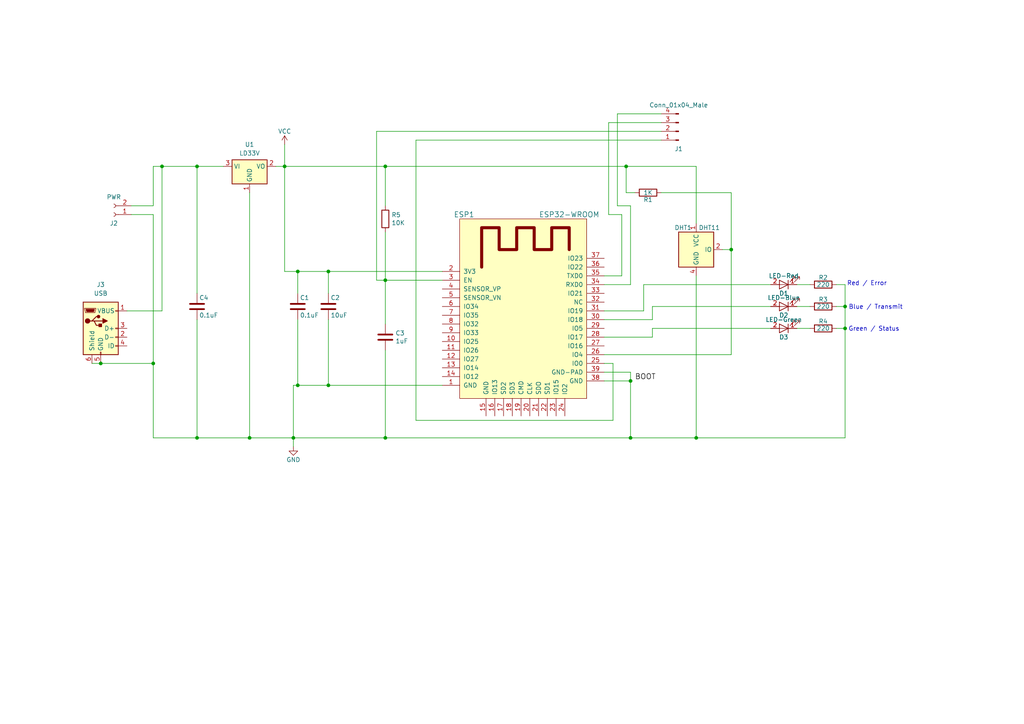
<source format=kicad_sch>
(kicad_sch (version 20231120) (generator "eeschema") (generator_version "8.0")
  (paper "A4")
  (lib_symbols
    (symbol "Connector:USB_B_Micro" (pin_names (offset 1.016))
      (property "Reference" "J" (at -5.08 11.43 0))
      (property "Value" "USB_B_Micro" (at -5.08 8.89 0))
      (symbol "USB_B_Micro_0_1"
        (rectangle (start -5.08 -7.62) (end 5.08 7.62) (stroke (width 0.254)) (fill (type background)))
        (circle (center -3.81 2.159) (radius 0.635) (stroke (width 0.254)) (fill (type outline)))
        (circle (center -0.635 3.429) (radius 0.381) (stroke (width 0.254)) (fill (type outline)))
        (rectangle (start -0.127 -7.62) (end 0.127 -6.858))
        (polyline (pts (xy -1.905 2.159) (xy 0.635 2.159)) (stroke (width 0.254)))
        (polyline (pts (xy -3.175 2.159) (xy -2.54 2.159) (xy -1.27 3.429) (xy -0.635 3.429)) (stroke (width 0.254)))
        (polyline (pts (xy -2.54 2.159) (xy -1.905 2.159) (xy -1.27 0.889) (xy 0 0.889)) (stroke (width 0.254)))
        (polyline (pts (xy 0.635 2.794) (xy 0.635 1.524) (xy 1.905 2.159) (xy 0.635 2.794)) (stroke (width 0.254)) (fill (type outline)))
        (polyline (pts (xy -4.318 5.588) (xy -1.778 5.588) (xy -2.032 4.826) (xy -4.064 4.826) (xy -4.318 5.588)) (fill (type outline)))
        (polyline (pts (xy -4.699 5.842) (xy -4.699 5.588) (xy -4.445 4.826) (xy -4.445 4.572) (xy -1.651 4.572) (xy -1.651 4.826) (xy -1.397 5.588) (xy -1.397 5.842) (xy -4.699 5.842)))
        (rectangle (start 0.254 1.27) (end -0.508 0.508) (stroke (width 0.254)) (fill (type outline)))
        (rectangle (start 5.08 -5.207) (end 4.318 -4.953))
        (rectangle (start 5.08 -2.667) (end 4.318 -2.413))
        (rectangle (start 5.08 -0.127) (end 4.318 0.127))
        (rectangle (start 5.08 4.953) (end 4.318 5.207))
      )
      (symbol "USB_B_Micro_1_1"
        (pin power_out line (at 7.62 5.08 180) (length 2.54) (name "VBUS") (number "1"))
        (pin bidirectional line (at 7.62 -2.54 180) (length 2.54) (name "D-") (number "2"))
        (pin bidirectional line (at 7.62 0 180) (length 2.54) (name "D+") (number "3"))
        (pin passive line (at 7.62 -5.08 180) (length 2.54) (name "ID") (number "4"))
        (pin power_out line (at 0 -10.16 90) (length 2.54) (name "GND") (number "5"))
        (pin passive line (at -2.54 -10.16 90) (length 2.54) (name "Shield") (number "6"))
      )
    )
    (symbol "Device:C" (pin_numbers hide) (pin_names (offset 0.254))
      (property "Reference" "C" (at 0.635 2.54 0))
      (property "Value" "C" (at 0.635 -2.54 0))
      (symbol "C_0_1"
        (polyline (pts (xy -2.032 -0.762) (xy 2.032 -0.762)) (stroke (width 0.508)))
        (polyline (pts (xy -2.032 0.762) (xy 2.032 0.762)) (stroke (width 0.508)))
      )
      (symbol "C_1_1"
        (pin passive line (at 0 3.81 270) (length 2.794) (name "~") (number "1"))
        (pin passive line (at 0 -3.81 90) (length 2.794) (name "~") (number "2"))
      )
    )
    (symbol "Device:R" (pin_numbers hide) (pin_names (offset 0))
      (property "Reference" "R" (at 2.032 0 90))
      (property "Value" "R" (at 0 0 90))
      (symbol "R_0_1"
        (rectangle (start -1.016 -2.54) (end 1.016 2.54) (stroke (width 0.254)))
      )
      (symbol "R_1_1"
        (pin passive line (at 0 3.81 270) (length 1.27) (name "~") (number "1"))
        (pin passive line (at 0 -3.81 90) (length 1.27) (name "~") (number "2"))
      )
    )
    (symbol "ESP-Logger-HW-rescue:C" (pin_numbers hide) (pin_names (offset 0.254))
      (property "Reference" "C" (at 0.635 2.54 0))
      (property "Value" "C" (at 0.635 -2.54 0))
      (symbol "C_0_1"
        (polyline (pts (xy -2.032 -0.762) (xy 2.032 -0.762)) (stroke (width 0.508)))
        (polyline (pts (xy -2.032 0.762) (xy 2.032 0.762)) (stroke (width 0.508)))
      )
      (symbol "C_1_1"
        (pin passive line (at 0 3.81 270) (length 2.794) (name "~") (number "1"))
        (pin passive line (at 0 -3.81 90) (length 2.794) (name "~") (number "2"))
      )
    )
    (symbol "ESP-Logger-HW-rescue:Conn_01x02_Female" (pin_names (offset 1.016) hide)
      (property "Reference" "J" (at 0 2.54 0))
      (property "Value" "Conn_01x02_Female" (at 0 -5.08 0))
      (symbol "Conn_01x02_Female_1_1"
        (arc (start 0 -2.032) (mid -0.508 -2.54) (end 0 -3.048) (stroke (width 0.1524)))
        (polyline (pts (xy -1.27 -2.54) (xy -0.508 -2.54)) (stroke (width 0.1524)))
        (polyline (pts (xy -1.27 0) (xy -0.508 0)) (stroke (width 0.1524)))
        (arc (start 0 0.508) (mid -0.508 0) (end 0 -0.508) (stroke (width 0.1524)))
        (pin passive line (at -5.08 0 0) (length 3.81) (name "Pin_1") (number "1"))
        (pin passive line (at -5.08 -2.54 0) (length 3.81) (name "Pin_2") (number "2"))
      )
    )
    (symbol "ESP-Logger-HW-rescue:Conn_01x04_Male" (pin_names (offset 1.016) hide)
      (property "Reference" "J" (at 0 5.08 0))
      (property "Value" "Conn_01x04_Male" (at 0 -7.62 0))
      (symbol "Conn_01x04_Male_1_1"
        (polyline (pts (xy 1.27 -5.08) (xy 0.8636 -5.08)) (stroke (width 0.1524)))
        (polyline (pts (xy 1.27 -2.54) (xy 0.8636 -2.54)) (stroke (width 0.1524)))
        (polyline (pts (xy 1.27 0) (xy 0.8636 0)) (stroke (width 0.1524)))
        (polyline (pts (xy 1.27 2.54) (xy 0.8636 2.54)) (stroke (width 0.1524)))
        (rectangle (start 0.8636 -4.953) (end 0 -5.207) (stroke (width 0.1524)) (fill (type outline)))
        (rectangle (start 0.8636 -2.413) (end 0 -2.667) (stroke (width 0.1524)) (fill (type outline)))
        (rectangle (start 0.8636 0.127) (end 0 -0.127) (stroke (width 0.1524)) (fill (type outline)))
        (rectangle (start 0.8636 2.667) (end 0 2.413) (stroke (width 0.1524)) (fill (type outline)))
        (pin passive line (at 5.08 2.54 180) (length 3.81) (name "Pin_1") (number "1"))
        (pin passive line (at 5.08 0 180) (length 3.81) (name "Pin_2") (number "2"))
        (pin passive line (at 5.08 -2.54 180) (length 3.81) (name "Pin_3") (number "3"))
        (pin passive line (at 5.08 -5.08 180) (length 3.81) (name "Pin_4") (number "4"))
      )
    )
    (symbol "ESP-Logger-HW-rescue:GND-power" (power) (pin_names (offset 0))
      (property "Value" "power_GND" (at 0 -3.81 0))
      (symbol "GND-power_0_1"
        (polyline (pts (xy 0 0) (xy 0 -1.27) (xy 1.27 -1.27) (xy 0 -2.54) (xy -1.27 -1.27) (xy 0 -1.27)))
      )
      (symbol "GND-power_1_1"
        (pin power_in line (at 0 0 270) (length 0) hide (name "GND") (number "1"))
      )
    )
    (symbol "ESP-Logger-HW-rescue:LED" (pin_names (offset 1.016) hide)
      (property "Reference" "D" (at 0 2.54 0))
      (property "Value" "LED" (at 0 -2.54 0))
      (symbol "LED_0_1"
        (polyline (pts (xy -1.27 -1.27) (xy -1.27 1.27)) (stroke (width 0.2032)))
        (polyline (pts (xy -1.27 0) (xy 1.27 0)))
        (polyline (pts (xy 1.27 -1.27) (xy 1.27 1.27) (xy -1.27 0) (xy 1.27 -1.27)) (stroke (width 0.2032)))
        (polyline (pts (xy -3.048 -0.762) (xy -4.572 -2.286) (xy -3.81 -2.286) (xy -4.572 -2.286) (xy -4.572 -1.524)))
        (polyline (pts (xy -1.778 -0.762) (xy -3.302 -2.286) (xy -2.54 -2.286) (xy -3.302 -2.286) (xy -3.302 -1.524)))
      )
      (symbol "LED_1_1"
        (pin passive line (at -3.81 0 0) (length 2.54) (name "K") (number "1"))
        (pin passive line (at 3.81 0 180) (length 2.54) (name "A") (number "2"))
      )
    )
    (symbol "ESP-Logger-HW-rescue:R" (pin_numbers hide) (pin_names (offset 0))
      (property "Reference" "R" (at 2.032 0 90))
      (property "Value" "R" (at 0 0 90))
      (symbol "R_0_1"
        (rectangle (start -1.016 -2.54) (end 1.016 2.54) (stroke (width 0.254)))
      )
      (symbol "R_1_1"
        (pin passive line (at 0 3.81 270) (length 1.27) (name "~") (number "1"))
        (pin passive line (at 0 -3.81 90) (length 1.27) (name "~") (number "2"))
      )
    )
    (symbol "ESP-Logger-HW-rescue:VCC-power" (power) (pin_names (offset 0))
      (property "Value" "power_VCC" (at 0 3.81 0))
      (symbol "VCC-power_0_1"
        (polyline (pts (xy -0.762 1.27) (xy 0 2.54)))
        (polyline (pts (xy 0 0) (xy 0 2.54)))
        (polyline (pts (xy 0 2.54) (xy 0.762 1.27)))
      )
      (symbol "VCC-power_1_1"
        (pin power_in line (at 0 0 90) (length 0) hide (name "VCC") (number "1"))
      )
    )
    (symbol "ESP32-footprints-Shem-Lib:ESP32-WROOM" (pin_names (offset 1.016))
      (property "Reference" "U" (at -17.78 31.75 0))
      (property "Value" "ESP32-WROOM" (at 12.7 31.75 0))
      (symbol "ESP32-WROOM_0_1"
        (rectangle (start -19.05 30.48) (end 17.78 -21.59) (fill (type background)))
        (polyline (pts (xy -12.7 16.51) (xy -12.7 27.94) (xy -7.62 27.94) (xy -7.62 21.59) (xy -2.54 21.59) (xy -2.54 27.94) (xy 2.54 27.94) (xy 2.54 21.59) (xy 7.62 21.59) (xy 7.62 27.94) (xy 12.7 27.94) (xy 12.7 21.59)) (stroke (width 0.889)))
      )
      (symbol "ESP32-WROOM_1_1"
        (pin input line (at -24.13 -17.78 0) (length 5.08) (name "GND") (number "1"))
        (pin input line (at -24.13 -5.08 0) (length 5.08) (name "IO25") (number "10"))
        (pin input line (at -24.13 -7.62 0) (length 5.08) (name "IO26") (number "11"))
        (pin input line (at -24.13 -10.16 0) (length 5.08) (name "IO27") (number "12"))
        (pin input line (at -24.13 -12.7 0) (length 5.08) (name "IO14") (number "13"))
        (pin input line (at -24.13 -15.24 0) (length 5.08) (name "IO12") (number "14"))
        (pin input line (at -11.43 -26.67 90) (length 5.08) (name "GND") (number "15"))
        (pin input line (at -8.89 -26.67 90) (length 5.08) (name "IO13") (number "16"))
        (pin input line (at -6.35 -26.67 90) (length 5.08) (name "SD2") (number "17"))
        (pin input line (at -3.81 -26.67 90) (length 5.08) (name "SD3") (number "18"))
        (pin input line (at -1.27 -26.67 90) (length 5.08) (name "CMD") (number "19"))
        (pin input line (at -24.13 15.24 0) (length 5.08) (name "3V3") (number "2"))
        (pin input line (at 1.27 -26.67 90) (length 5.08) (name "CLK") (number "20"))
        (pin input line (at 3.81 -26.67 90) (length 5.08) (name "SDO") (number "21"))
        (pin input line (at 6.35 -26.67 90) (length 5.08) (name "SD1") (number "22"))
        (pin input line (at 8.89 -26.67 90) (length 5.08) (name "IO15") (number "23"))
        (pin input line (at 11.43 -26.67 90) (length 5.08) (name "IO2") (number "24"))
        (pin input line (at 22.86 -11.43 180) (length 5.08) (name "IO0") (number "25"))
        (pin input line (at 22.86 -8.89 180) (length 5.08) (name "IO4") (number "26"))
        (pin input line (at 22.86 -6.35 180) (length 5.08) (name "IO16") (number "27"))
        (pin input line (at 22.86 -3.81 180) (length 5.08) (name "IO17") (number "28"))
        (pin input line (at 22.86 -1.27 180) (length 5.08) (name "IO5") (number "29"))
        (pin input line (at -24.13 12.7 0) (length 5.08) (name "EN") (number "3"))
        (pin input line (at 22.86 1.27 180) (length 5.08) (name "IO18") (number "30"))
        (pin input line (at 22.86 3.81 180) (length 5.08) (name "IO19") (number "31"))
        (pin input line (at 22.86 6.35 180) (length 5.08) (name "NC") (number "32"))
        (pin input line (at 22.86 8.89 180) (length 5.08) (name "IO21") (number "33"))
        (pin input line (at 22.86 11.43 180) (length 5.08) (name "RXD0") (number "34"))
        (pin input line (at 22.86 13.97 180) (length 5.08) (name "TXD0") (number "35"))
        (pin input line (at 22.86 16.51 180) (length 5.08) (name "IO22") (number "36"))
        (pin input line (at 22.86 19.05 180) (length 5.08) (name "IO23") (number "37"))
        (pin input line (at 22.86 -16.51 180) (length 5.08) (name "GND") (number "38"))
        (pin input line (at 22.86 -13.97 180) (length 5.08) (name "GND-PAD") (number "39"))
        (pin input line (at -24.13 10.16 0) (length 5.08) (name "SENSOR_VP") (number "4"))
        (pin input line (at -24.13 7.62 0) (length 5.08) (name "SENSOR_VN") (number "5"))
        (pin input line (at -24.13 5.08 0) (length 5.08) (name "IO34") (number "6"))
        (pin input line (at -24.13 2.54 0) (length 5.08) (name "IO35") (number "7"))
        (pin input line (at -24.13 0 0) (length 5.08) (name "IO32") (number "8"))
        (pin input line (at -24.13 -2.54 0) (length 5.08) (name "IO33") (number "9"))
      )
    )
    (symbol "Regulator_Linear:LD1117S33TR_SOT223"
      (property "Reference" "U" (at -3.81 3.175 0))
      (property "Value" "LD1117S33TR_SOT223" (at 0 3.175 0))
      (symbol "LD1117S33TR_SOT223_0_1"
        (rectangle (start -5.08 -5.08) (end 5.08 1.905) (stroke (width 0.254)) (fill (type background)))
      )
      (symbol "LD1117S33TR_SOT223_1_1"
        (pin power_in line (at 0 -7.62 90) (length 2.54) (name "GND") (number "1"))
        (pin power_out line (at 7.62 0 180) (length 2.54) (name "VO") (number "2"))
        (pin power_in line (at -7.62 0 0) (length 2.54) (name "VI") (number "3"))
      )
    )
    (symbol "Sensor1:DHT11"
      (property "Reference" "U" (at -3.81 6.35 0))
      (property "Value" "DHT11" (at 3.81 6.35 0))
      (symbol "DHT11_0_1"
        (rectangle (start -5.08 5.08) (end 5.08 -5.08) (stroke (width 0.254)) (fill (type background)))
      )
      (symbol "DHT11_1_1"
        (pin power_in line (at 0 7.62 270) (length 2.54) (name "VCC") (number "1"))
        (pin bidirectional line (at 7.62 0 180) (length 2.54) (name "IO") (number "2"))
        (pin no_connect line (at -5.08 0 0) (length 2.54) hide (name "NC") (number "3"))
        (pin power_in line (at 0 -7.62 90) (length 2.54) (name "GND") (number "4"))
      )
    )
  )
  (junction (at 95.25 111.76))
  (junction (at 29.21 105.41))
  (junction (at 181.61 48.26))
  (junction (at 86.36 111.76))
  (junction (at 86.36 78.74))
  (junction (at 245.11 88.9))
  (junction (at 57.15 127))
  (junction (at 46.99 48.26))
  (junction (at 111.76 48.26))
  (junction (at 212.09 72.39))
  (junction (at 182.88 127))
  (junction (at 44.45 105.41))
  (junction (at 72.39 127))
  (junction (at 201.93 127))
  (junction (at 111.76 127))
  (junction (at 245.11 95.25))
  (junction (at 82.55 48.26))
  (junction (at 182.88 110.49))
  (junction (at 85.09 127))
  (junction (at 57.15 48.26))
  (junction (at 95.25 78.74))
  (junction (at 111.76 81.28))
  (wire (pts (xy 176.53 35.56) (xy 176.53 62.23)))
  (wire (pts (xy 245.11 95.25) (xy 245.11 127)))
  (wire (pts (xy 179.07 33.02) (xy 179.07 59.69)))
  (wire (pts (xy 231.14 82.55) (xy 234.95 82.55)))
  (wire (pts (xy 175.26 82.55) (xy 182.88 82.55)))
  (wire (pts (xy 180.34 62.23) (xy 176.53 62.23)))
  (wire (pts (xy 85.09 111.76) (xy 85.09 127)))
  (wire (pts (xy 201.93 48.26) (xy 201.93 64.77)))
  (wire (pts (xy 242.57 88.9) (xy 245.11 88.9)))
  (wire (pts (xy 44.45 62.23) (xy 44.45 105.41)))
  (wire (pts (xy 85.09 127) (xy 111.76 127)))
  (wire (pts (xy 182.88 127) (xy 201.93 127)))
  (wire (pts (xy 85.09 111.76) (xy 86.36 111.76)))
  (wire (pts (xy 242.57 82.55) (xy 245.11 82.55)))
  (wire (pts (xy 231.14 95.25) (xy 234.95 95.25)))
  (wire (pts (xy 111.76 101.6) (xy 111.76 127)))
  (wire (pts (xy 85.09 127) (xy 85.09 129.54)))
  (wire (pts (xy 44.45 105.41) (xy 44.45 127)))
  (wire (pts (xy 177.8 121.92) (xy 120.65 121.92)))
  (wire (pts (xy 120.65 40.64) (xy 191.77 40.64)))
  (wire (pts (xy 181.61 55.88) (xy 181.61 48.26)))
  (wire (pts (xy 82.55 78.74) (xy 86.36 78.74)))
  (wire (pts (xy 175.26 92.71) (xy 189.23 92.71)))
  (wire (pts (xy 189.23 92.71) (xy 189.23 88.9)))
  (wire (pts (xy 120.65 121.92) (xy 120.65 40.64)))
  (wire (pts (xy 191.77 55.88) (xy 212.09 55.88)))
  (wire (pts (xy 201.93 127) (xy 245.11 127)))
  (wire (pts (xy 82.55 48.26) (xy 111.76 48.26)))
  (wire (pts (xy 46.99 48.26) (xy 57.15 48.26)))
  (wire (pts (xy 44.45 48.26) (xy 46.99 48.26)))
  (wire (pts (xy 109.22 81.28) (xy 109.22 38.1)))
  (wire (pts (xy 36.83 90.17) (xy 46.99 90.17)))
  (wire (pts (xy 57.15 48.26) (xy 57.15 85.09)))
  (wire (pts (xy 72.39 127) (xy 85.09 127)))
  (wire (pts (xy 181.61 48.26) (xy 201.93 48.26)))
  (wire (pts (xy 182.88 82.55) (xy 182.88 59.69)))
  (wire (pts (xy 111.76 59.69) (xy 111.76 48.26)))
  (wire (pts (xy 212.09 72.39) (xy 209.55 72.39)))
  (wire (pts (xy 184.15 55.88) (xy 181.61 55.88)))
  (wire (pts (xy 95.25 111.76) (xy 128.27 111.76)))
  (wire (pts (xy 86.36 78.74) (xy 95.25 78.74)))
  (wire (pts (xy 175.26 107.95) (xy 182.88 107.95)))
  (wire (pts (xy 176.53 35.56) (xy 191.77 35.56)))
  (wire (pts (xy 86.36 92.71) (xy 86.36 111.76)))
  (wire (pts (xy 212.09 72.39) (xy 212.09 102.87)))
  (wire (pts (xy 189.23 95.25) (xy 223.52 95.25)))
  (wire (pts (xy 231.14 88.9) (xy 234.95 88.9)))
  (wire (pts (xy 57.15 92.71) (xy 57.15 127)))
  (wire (pts (xy 182.88 107.95) (xy 182.88 110.49)))
  (wire (pts (xy 82.55 48.26) (xy 82.55 78.74)))
  (wire (pts (xy 95.25 85.09) (xy 95.25 78.74)))
  (wire (pts (xy 86.36 85.09) (xy 86.36 78.74)))
  (wire (pts (xy 95.25 92.71) (xy 95.25 111.76)))
  (wire (pts (xy 95.25 78.74) (xy 128.27 78.74)))
  (wire (pts (xy 175.26 97.79) (xy 189.23 97.79)))
  (wire (pts (xy 82.55 41.91) (xy 82.55 48.26)))
  (wire (pts (xy 175.26 90.17) (xy 186.69 90.17)))
  (wire (pts (xy 186.69 90.17) (xy 186.69 82.55)))
  (wire (pts (xy 38.1 62.23) (xy 44.45 62.23)))
  (wire (pts (xy 111.76 81.28) (xy 111.76 67.31)))
  (wire (pts (xy 212.09 55.88) (xy 212.09 72.39)))
  (wire (pts (xy 44.45 127) (xy 57.15 127)))
  (wire (pts (xy 29.21 105.41) (xy 44.45 105.41)))
  (wire (pts (xy 111.76 93.98) (xy 111.76 81.28)))
  (wire (pts (xy 179.07 33.02) (xy 191.77 33.02)))
  (wire (pts (xy 111.76 48.26) (xy 181.61 48.26)))
  (wire (pts (xy 245.11 82.55) (xy 245.11 88.9)))
  (wire (pts (xy 57.15 48.26) (xy 64.77 48.26)))
  (wire (pts (xy 186.69 82.55) (xy 223.52 82.55)))
  (wire (pts (xy 72.39 55.88) (xy 72.39 127)))
  (wire (pts (xy 212.09 102.87) (xy 175.26 102.87)))
  (wire (pts (xy 86.36 111.76) (xy 95.25 111.76)))
  (wire (pts (xy 182.88 59.69) (xy 179.07 59.69)))
  (wire (pts (xy 182.88 110.49) (xy 182.88 127)))
  (wire (pts (xy 201.93 80.01) (xy 201.93 127)))
  (wire (pts (xy 111.76 127) (xy 182.88 127)))
  (wire (pts (xy 44.45 59.69) (xy 44.45 48.26)))
  (wire (pts (xy 180.34 80.01) (xy 180.34 62.23)))
  (wire (pts (xy 189.23 88.9) (xy 223.52 88.9)))
  (wire (pts (xy 46.99 48.26) (xy 46.99 90.17)))
  (wire (pts (xy 26.67 105.41) (xy 29.21 105.41)))
  (wire (pts (xy 177.8 105.41) (xy 177.8 121.92)))
  (wire (pts (xy 175.26 80.01) (xy 180.34 80.01)))
  (wire (pts (xy 175.26 105.41) (xy 177.8 105.41)))
  (wire (pts (xy 57.15 127) (xy 72.39 127)))
  (wire (pts (xy 109.22 81.28) (xy 111.76 81.28)))
  (wire (pts (xy 189.23 97.79) (xy 189.23 95.25)))
  (wire (pts (xy 245.11 95.25) (xy 242.57 95.25)))
  (wire (pts (xy 38.1 59.69) (xy 44.45 59.69)))
  (wire (pts (xy 80.01 48.26) (xy 82.55 48.26)))
  (wire (pts (xy 109.22 38.1) (xy 191.77 38.1)))
  (wire (pts (xy 175.26 110.49) (xy 182.88 110.49)))
  (wire (pts (xy 111.76 81.28) (xy 128.27 81.28)))
  (wire (pts (xy 245.11 88.9) (xy 245.11 95.25)))
  (text "Red / Error" (at 251.46 82.296 0) (effects (font (size 1.27 1.27))))
  (text "Blue / Transmit" (at 254 89.154 0) (effects (font (size 1.27 1.27))))
  (text "Green / Status" (at 253.492 95.504 0) (effects (font (size 1.27 1.27))))
  (label "BOOT" (at 184.15 110.49 0) (effects (font (size 1.524 1.524))))
  (symbol (lib_id "ESP32-footprints-Shem-Lib:ESP32-WROOM") (at 152.4 93.98 0) (unit 1)
    (property "Reference" "ESP1" (at 134.62 62.23 0) (effects (font (size 1.524 1.524))))
    (property "Value" "ESP32-WROOM" (at 165.1 62.23 0) (effects (font (size 1.524 1.524))))
    (property "Footprint" "ESP32-footprints-Lib:ESP32-WROOM" (effects (hide yes)))
    (property "LCSC" "C9900078140" (effects (hide yes)))
  )
  (symbol (lib_id "ESP-Logger-HW-rescue:VCC-power") (at 82.55 41.91 0) (unit 1)
    (property "Reference" "#PWR01" (effects (hide yes)))
    (property "Value" "VCC" (at 82.55 38.1 0))
  )
  (symbol (lib_id "ESP-Logger-HW-rescue:GND-power") (at 85.09 129.54 0) (unit 1)
    (property "Reference" "#PWR02" (effects (hide yes)))
    (property "Value" "GND" (at 85.09 133.35 0))
  )
  (symbol (lib_id "Sensor1:DHT11") (at 201.93 72.39 0) (unit 1)
    (property "Reference" "DHT1" (at 198.12 66.04 0))
    (property "Value" "DHT11" (at 205.74 66.04 0))
    (property "Footprint" "Sensor:Aosong_DHT11_5.5x12.0_P2.54mm" (effects (hide yes)))
  )
  (symbol (lib_id "ESP-Logger-HW-rescue:R") (at 187.96 55.88 270) (unit 1)
    (property "Reference" "R1" (at 187.96 57.912 90))
    (property "Value" "1K" (at 187.96 55.88 90))
    (property "Footprint" "Resistor_SMD:R_0603_1608Metric_Pad0.98x0.95mm_HandSolder" (effects (hide yes)))
    (property "LCSC" "C2889391" (effects (hide yes)))
  )
  (symbol (lib_id "ESP-Logger-HW-rescue:LED") (at 227.33 88.9 180) (unit 1) (exclude_from_sim yes)
    (property "Reference" "D2" (at 227.33 91.44 0))
    (property "Value" "LED-Blue" (at 227.33 86.36 0))
    (property "Footprint" "LED_SMD:LED_0603_1608Metric_Pad1.05x0.95mm_HandSolder" (effects (hide yes)))
    (property "LCSC" "C138541" (effects (hide yes)))
  )
  (symbol (lib_id "ESP-Logger-HW-rescue:LED") (at 227.33 82.55 180) (unit 1)
    (property "Reference" "D1" (at 227.33 85.09 0))
    (property "Value" "LED-Red" (at 227.33 80.01 0))
    (property "Footprint" "LED_SMD:LED_0603_1608Metric_Pad1.05x0.95mm_HandSolder" (effects (hide yes)))
    (property "LCSC" "C2286" (effects (hide yes)))
  )
  (symbol (lib_id "ESP-Logger-HW-rescue:C") (at 95.25 88.9 0) (unit 1)
    (property "Reference" "C2" (at 95.885 86.36 0) (effects (justify left)))
    (property "Value" "10uF" (at 95.885 91.44 0) (effects (justify left)))
    (property "Footprint" "Capacitor_SMD:C_0603_1608Metric_Pad1.08x0.95mm_HandSolder" (effects (hide yes)))
    (property "LCSC" "C76614" (effects (hide yes)))
  )
  (symbol (lib_id "ESP-Logger-HW-rescue:C") (at 86.36 88.9 0) (unit 1)
    (property "Reference" "C1" (at 86.995 86.36 0) (effects (justify left)))
    (property "Value" "0.1uF" (at 86.995 91.44 0) (effects (justify left)))
    (property "Footprint" "Capacitor_SMD:C_0603_1608Metric_Pad1.08x0.95mm_HandSolder" (effects (hide yes)))
    (property "LCSC" "C1590" (effects (hide yes)))
  )
  (symbol (lib_id "ESP-Logger-HW-rescue:LED") (at 227.33 95.25 180) (unit 1)
    (property "Reference" "D3" (at 227.33 97.79 0))
    (property "Value" "LED-Green" (at 227.33 92.71 0))
    (property "Footprint" "LED_SMD:LED_0603_1608Metric_Pad1.05x0.95mm_HandSolder" (effects (hide yes)))
    (property "LCSC" "C165982" (effects (hide yes)))
  )
  (symbol (lib_id "ESP-Logger-HW-rescue:R") (at 238.76 82.55 90) (unit 1)
    (property "Reference" "R2" (at 238.76 80.518 90))
    (property "Value" "220" (at 238.76 82.55 90))
    (property "Footprint" "Resistor_SMD:R_0603_1608Metric_Pad0.98x0.95mm_HandSolder" (effects (hide yes)))
    (property "LCSC" "C327834" (effects (hide yes)))
  )
  (symbol (lib_id "ESP-Logger-HW-rescue:R") (at 238.76 88.9 90) (unit 1)
    (property "Reference" "R3" (at 238.76 86.868 90))
    (property "Value" "220" (at 238.76 88.9 90))
    (property "Footprint" "Resistor_SMD:R_0603_1608Metric_Pad0.98x0.95mm_HandSolder" (effects (hide yes)))
    (property "LCSC" "C327834" (effects (hide yes)))
  )
  (symbol (lib_id "ESP-Logger-HW-rescue:R") (at 238.76 95.25 90) (unit 1)
    (property "Reference" "R4" (at 238.76 93.218 90))
    (property "Value" "220" (at 238.76 95.25 90))
    (property "Footprint" "Resistor_SMD:R_0603_1608Metric_Pad0.98x0.95mm_HandSolder" (effects (hide yes)))
    (property "LCSC" "C327834" (effects (hide yes)))
  )
  (symbol (lib_id "ESP-Logger-HW-rescue:Conn_01x02_Female") (at 33.02 62.23 180) (unit 1)
    (property "Reference" "J2" (at 33.02 64.77 0))
    (property "Value" "PWR" (at 33.02 57.15 0))
    (property "Footprint" "Connector_JST:JST_XH_B2B-XH-A_1x02_P2.50mm_Vertical" (effects (hide yes)))
  )
  (symbol (lib_id "ESP-Logger-HW-rescue:Conn_01x04_Male") (at 196.85 38.1 180) (unit 1)
    (property "Reference" "J1" (at 196.85 43.18 0))
    (property "Value" "Conn_01x04_Male" (at 196.85 30.48 0))
    (property "Footprint" "Connector_JST:JST_XH_B4B-XH-A_1x04_P2.50mm_Vertical" (effects (hide yes)))
  )
  (symbol (lib_id "Device:C") (at 111.76 97.79 0) (unit 1)
    (property "Reference" "C3" (at 114.681 96.6216 0) (effects (justify left)))
    (property "Value" "1uF" (at 114.681 98.933 0) (effects (justify left)))
    (property "Footprint" "Capacitor_SMD:C_0603_1608Metric_Pad1.08x0.95mm_HandSolder" (effects (hide yes)))
    (property "LCSC" "C106858" (effects (hide yes)))
  )
  (symbol (lib_id "Device:R") (at 111.76 63.5 0) (unit 1)
    (property "Reference" "R5" (at 113.538 62.3316 0) (effects (justify left)))
    (property "Value" "10K" (at 113.538 64.643 0) (effects (justify left)))
    (property "Footprint" "Resistor_SMD:R_0603_1608Metric_Pad0.98x0.95mm_HandSolder" (effects (hide yes)))
    (property "LCSC" "C862388" (effects (hide yes)))
  )
  (symbol (lib_id "ESP-Logger-HW-rescue:C") (at 57.15 88.9 0) (unit 1)
    (property "Reference" "C4" (at 57.785 86.36 0) (effects (justify left)))
    (property "Value" "0.1uF" (at 57.785 91.44 0) (effects (justify left)))
    (property "Footprint" "Capacitor_SMD:C_0603_1608Metric_Pad1.08x0.95mm_HandSolder" (effects (hide yes)))
    (property "LCSC" "C1590" (effects (hide yes)))
  )
  (symbol (lib_id "Regulator_Linear:LD1117S33TR_SOT223") (at 72.39 48.26 0) (unit 1)
    (property "Reference" "U1" (at 72.39 41.91 0))
    (property "Value" "LD33V" (at 72.39 44.45 0))
    (property "Footprint" "Package_TO_SOT_SMD:SOT-223-3_TabPin2" (effects (hide yes)))
    (property "Datasheet" "http://www.st.com/st-web-ui/static/active/en/resource/technical/document/datasheet/CD00000544.pdf" (effects (hide yes)))
    (property "Description" "800mA Fixed Low Drop Positive Voltage Regulator, Fixed Output 3.3V, SOT-223" (effects (hide yes)))
    (property "LCSC" "C92102" (effects (hide yes)))
  )
  (symbol (lib_id "Connector:USB_B_Micro") (at 29.21 95.25 0) (unit 1)
    (property "Reference" "J3" (at 29.21 82.55 0))
    (property "Value" "USB" (at 29.21 85.09 0))
    (property "Footprint" "Connector_USB:USB_Micro-B_Amphenol_10118194_Horizontal" (effects (hide yes)))
    (property "Description" "USB Micro Type B connector" (effects (hide yes)))
  )
)
</source>
